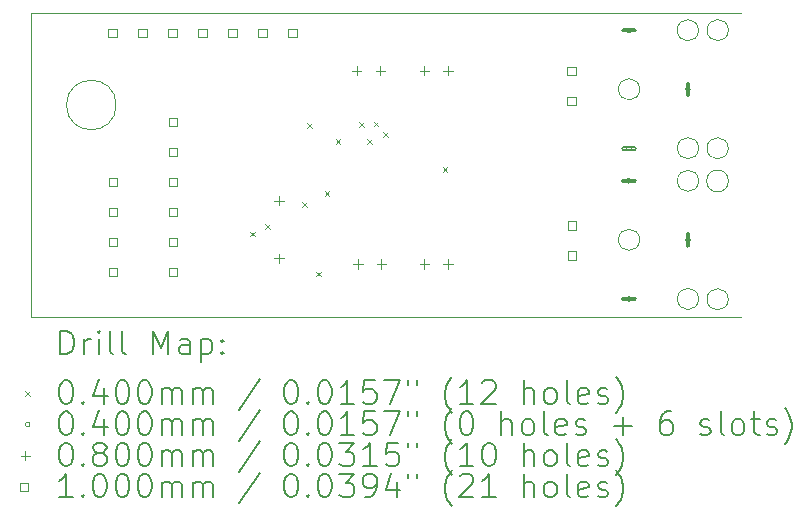
<source format=gbr>
%FSLAX45Y45*%
G04 Gerber Fmt 4.5, Leading zero omitted, Abs format (unit mm)*
G04 Created by KiCad (PCBNEW (6.0.5)) date 2022-08-07 22:37:00*
%MOMM*%
%LPD*%
G01*
G04 APERTURE LIST*
%TA.AperFunction,Profile*%
%ADD10C,0.050000*%
%TD*%
%TA.AperFunction,Profile*%
%ADD11C,0.100000*%
%TD*%
%ADD12C,0.200000*%
%ADD13C,0.040000*%
%ADD14C,0.080000*%
%ADD15C,0.100000*%
G04 APERTURE END LIST*
D10*
X22968000Y-7358000D02*
G75*
G03*
X22968000Y-7358000I-90000J0D01*
G01*
X22717000Y-7355000D02*
G75*
G03*
X22717000Y-7355000I-90000J0D01*
G01*
X22218000Y-6854000D02*
G75*
G03*
X22218000Y-6854000I-90000J0D01*
G01*
X22969617Y-6356000D02*
G75*
G03*
X22969617Y-6356000I-92618J0D01*
G01*
X22716995Y-6355000D02*
G75*
G03*
X22716995Y-6355000I-90000J0D01*
G01*
X22968000Y-6079000D02*
G75*
G03*
X22968000Y-6079000I-90000J0D01*
G01*
X22717000Y-6078000D02*
G75*
G03*
X22717000Y-6078000I-90000J0D01*
G01*
X22218000Y-5580000D02*
G75*
G03*
X22218000Y-5580000I-90000J0D01*
G01*
X22969000Y-5079000D02*
G75*
G03*
X22969000Y-5079000I-90000J0D01*
G01*
X22716000Y-5080000D02*
G75*
G03*
X22716000Y-5080000I-90000J0D01*
G01*
D11*
X17061211Y-7508000D02*
X23076789Y-7505000D01*
X17061211Y-4930000D02*
X17061211Y-7508000D01*
X23076789Y-4930000D02*
X17061211Y-4930000D01*
X17785000Y-5713000D02*
G75*
G03*
X17785000Y-5713000I-210000J0D01*
G01*
D12*
D13*
X18918000Y-6785050D02*
X18958000Y-6825050D01*
X18958000Y-6785050D02*
X18918000Y-6825050D01*
X19046000Y-6720402D02*
X19086000Y-6760402D01*
X19086000Y-6720402D02*
X19046000Y-6760402D01*
X19360000Y-6537000D02*
X19400000Y-6577000D01*
X19400000Y-6537000D02*
X19360000Y-6577000D01*
X19403000Y-5867000D02*
X19443000Y-5907000D01*
X19443000Y-5867000D02*
X19403000Y-5907000D01*
X19478000Y-7124000D02*
X19518000Y-7164000D01*
X19518000Y-7124000D02*
X19478000Y-7164000D01*
X19550050Y-6442000D02*
X19590050Y-6482000D01*
X19590050Y-6442000D02*
X19550050Y-6482000D01*
X19644000Y-6003000D02*
X19684000Y-6043000D01*
X19684000Y-6003000D02*
X19644000Y-6043000D01*
X19844000Y-5859000D02*
X19884000Y-5899000D01*
X19884000Y-5859000D02*
X19844000Y-5899000D01*
X19912665Y-6003259D02*
X19952665Y-6043259D01*
X19952665Y-6003259D02*
X19912665Y-6043259D01*
X19966000Y-5855000D02*
X20006000Y-5895000D01*
X20006000Y-5855000D02*
X19966000Y-5895000D01*
X20048000Y-5940000D02*
X20088000Y-5980000D01*
X20088000Y-5940000D02*
X20048000Y-5980000D01*
X20550000Y-6241000D02*
X20590000Y-6281000D01*
X20590000Y-6241000D02*
X20550000Y-6281000D01*
X22146789Y-5080000D02*
G75*
G03*
X22146789Y-5080000I-20000J0D01*
G01*
D12*
X22176789Y-5070000D02*
X22076789Y-5070000D01*
X22176789Y-5090000D02*
X22076789Y-5090000D01*
X22076789Y-5070000D02*
G75*
G03*
X22076789Y-5090000I0J-10000D01*
G01*
X22176789Y-5090000D02*
G75*
G03*
X22176789Y-5070000I0J10000D01*
G01*
D13*
X22146789Y-6080000D02*
G75*
G03*
X22146789Y-6080000I-20000J0D01*
G01*
D12*
X22076789Y-6090000D02*
X22176789Y-6090000D01*
X22076789Y-6070000D02*
X22176789Y-6070000D01*
X22176789Y-6090000D02*
G75*
G03*
X22176789Y-6070000I0J10000D01*
G01*
X22076789Y-6070000D02*
G75*
G03*
X22076789Y-6090000I0J-10000D01*
G01*
D13*
X22146789Y-6355000D02*
G75*
G03*
X22146789Y-6355000I-20000J0D01*
G01*
D12*
X22176789Y-6345000D02*
X22076789Y-6345000D01*
X22176789Y-6365000D02*
X22076789Y-6365000D01*
X22076789Y-6345000D02*
G75*
G03*
X22076789Y-6365000I0J-10000D01*
G01*
X22176789Y-6365000D02*
G75*
G03*
X22176789Y-6345000I0J10000D01*
G01*
D13*
X22146789Y-7355000D02*
G75*
G03*
X22146789Y-7355000I-20000J0D01*
G01*
D12*
X22076789Y-7365000D02*
X22176789Y-7365000D01*
X22076789Y-7345000D02*
X22176789Y-7345000D01*
X22176789Y-7365000D02*
G75*
G03*
X22176789Y-7345000I0J10000D01*
G01*
X22076789Y-7345000D02*
G75*
G03*
X22076789Y-7365000I0J-10000D01*
G01*
D13*
X22646789Y-5580000D02*
G75*
G03*
X22646789Y-5580000I-20000J0D01*
G01*
D12*
X22636789Y-5630000D02*
X22636789Y-5530000D01*
X22616789Y-5630000D02*
X22616789Y-5530000D01*
X22636789Y-5530000D02*
G75*
G03*
X22616789Y-5530000I-10000J0D01*
G01*
X22616789Y-5630000D02*
G75*
G03*
X22636789Y-5630000I10000J0D01*
G01*
D13*
X22646789Y-6855000D02*
G75*
G03*
X22646789Y-6855000I-20000J0D01*
G01*
D12*
X22636789Y-6905000D02*
X22636789Y-6805000D01*
X22616789Y-6905000D02*
X22616789Y-6805000D01*
X22636789Y-6805000D02*
G75*
G03*
X22616789Y-6805000I-10000J0D01*
G01*
X22616789Y-6905000D02*
G75*
G03*
X22636789Y-6905000I10000J0D01*
G01*
D14*
X19166000Y-6483000D02*
X19166000Y-6563000D01*
X19126000Y-6523000D02*
X19206000Y-6523000D01*
X19166000Y-6971000D02*
X19166000Y-7051000D01*
X19126000Y-7011000D02*
X19206000Y-7011000D01*
X19822511Y-5383000D02*
X19822511Y-5463000D01*
X19782511Y-5423000D02*
X19862511Y-5423000D01*
X19831489Y-7021000D02*
X19831489Y-7101000D01*
X19791489Y-7061000D02*
X19871489Y-7061000D01*
X20022511Y-5383000D02*
X20022511Y-5463000D01*
X19982511Y-5423000D02*
X20062511Y-5423000D01*
X20031489Y-7021000D02*
X20031489Y-7101000D01*
X19991489Y-7061000D02*
X20071489Y-7061000D01*
X20394489Y-5382000D02*
X20394489Y-5462000D01*
X20354489Y-5422000D02*
X20434489Y-5422000D01*
X20394489Y-7021000D02*
X20394489Y-7101000D01*
X20354489Y-7061000D02*
X20434489Y-7061000D01*
X20594489Y-5382000D02*
X20594489Y-5462000D01*
X20554489Y-5422000D02*
X20634489Y-5422000D01*
X20594489Y-7021000D02*
X20594489Y-7101000D01*
X20554489Y-7061000D02*
X20634489Y-7061000D01*
D15*
X17790856Y-5140856D02*
X17790856Y-5070144D01*
X17720144Y-5070144D01*
X17720144Y-5140856D01*
X17790856Y-5140856D01*
X17792356Y-6402356D02*
X17792356Y-6331644D01*
X17721644Y-6331644D01*
X17721644Y-6402356D01*
X17792356Y-6402356D01*
X17792356Y-6656356D02*
X17792356Y-6585644D01*
X17721644Y-6585644D01*
X17721644Y-6656356D01*
X17792356Y-6656356D01*
X17792356Y-6910356D02*
X17792356Y-6839644D01*
X17721644Y-6839644D01*
X17721644Y-6910356D01*
X17792356Y-6910356D01*
X17792356Y-7164356D02*
X17792356Y-7093644D01*
X17721644Y-7093644D01*
X17721644Y-7164356D01*
X17792356Y-7164356D01*
X18044856Y-5140856D02*
X18044856Y-5070144D01*
X17974144Y-5070144D01*
X17974144Y-5140856D01*
X18044856Y-5140856D01*
X18298856Y-5140856D02*
X18298856Y-5070144D01*
X18228144Y-5070144D01*
X18228144Y-5140856D01*
X18298856Y-5140856D01*
X18300356Y-5894356D02*
X18300356Y-5823644D01*
X18229644Y-5823644D01*
X18229644Y-5894356D01*
X18300356Y-5894356D01*
X18300356Y-6148356D02*
X18300356Y-6077644D01*
X18229644Y-6077644D01*
X18229644Y-6148356D01*
X18300356Y-6148356D01*
X18300356Y-6402356D02*
X18300356Y-6331644D01*
X18229644Y-6331644D01*
X18229644Y-6402356D01*
X18300356Y-6402356D01*
X18300356Y-6656356D02*
X18300356Y-6585644D01*
X18229644Y-6585644D01*
X18229644Y-6656356D01*
X18300356Y-6656356D01*
X18300356Y-6910356D02*
X18300356Y-6839644D01*
X18229644Y-6839644D01*
X18229644Y-6910356D01*
X18300356Y-6910356D01*
X18300356Y-7164356D02*
X18300356Y-7093644D01*
X18229644Y-7093644D01*
X18229644Y-7164356D01*
X18300356Y-7164356D01*
X18552856Y-5140856D02*
X18552856Y-5070144D01*
X18482144Y-5070144D01*
X18482144Y-5140856D01*
X18552856Y-5140856D01*
X18806856Y-5140856D02*
X18806856Y-5070144D01*
X18736144Y-5070144D01*
X18736144Y-5140856D01*
X18806856Y-5140856D01*
X19060856Y-5140856D02*
X19060856Y-5070144D01*
X18990144Y-5070144D01*
X18990144Y-5140856D01*
X19060856Y-5140856D01*
X19314856Y-5140856D02*
X19314856Y-5070144D01*
X19244144Y-5070144D01*
X19244144Y-5140856D01*
X19314856Y-5140856D01*
X21676144Y-5459856D02*
X21676144Y-5389144D01*
X21605433Y-5389144D01*
X21605433Y-5459856D01*
X21676144Y-5459856D01*
X21676144Y-5713856D02*
X21676144Y-5643144D01*
X21605433Y-5643144D01*
X21605433Y-5713856D01*
X21676144Y-5713856D01*
X21679144Y-6768856D02*
X21679144Y-6698144D01*
X21608433Y-6698144D01*
X21608433Y-6768856D01*
X21679144Y-6768856D01*
X21679144Y-7022856D02*
X21679144Y-6952144D01*
X21608433Y-6952144D01*
X21608433Y-7022856D01*
X21679144Y-7022856D01*
D12*
X17313830Y-7823476D02*
X17313830Y-7623476D01*
X17361449Y-7623476D01*
X17390021Y-7633000D01*
X17409068Y-7652048D01*
X17418592Y-7671095D01*
X17428116Y-7709190D01*
X17428116Y-7737762D01*
X17418592Y-7775857D01*
X17409068Y-7794905D01*
X17390021Y-7813952D01*
X17361449Y-7823476D01*
X17313830Y-7823476D01*
X17513830Y-7823476D02*
X17513830Y-7690143D01*
X17513830Y-7728238D02*
X17523354Y-7709190D01*
X17532878Y-7699667D01*
X17551926Y-7690143D01*
X17570973Y-7690143D01*
X17637640Y-7823476D02*
X17637640Y-7690143D01*
X17637640Y-7623476D02*
X17628116Y-7633000D01*
X17637640Y-7642524D01*
X17647164Y-7633000D01*
X17637640Y-7623476D01*
X17637640Y-7642524D01*
X17761449Y-7823476D02*
X17742402Y-7813952D01*
X17732878Y-7794905D01*
X17732878Y-7623476D01*
X17866211Y-7823476D02*
X17847164Y-7813952D01*
X17837640Y-7794905D01*
X17837640Y-7623476D01*
X18094783Y-7823476D02*
X18094783Y-7623476D01*
X18161449Y-7766333D01*
X18228116Y-7623476D01*
X18228116Y-7823476D01*
X18409068Y-7823476D02*
X18409068Y-7718714D01*
X18399545Y-7699667D01*
X18380497Y-7690143D01*
X18342402Y-7690143D01*
X18323354Y-7699667D01*
X18409068Y-7813952D02*
X18390021Y-7823476D01*
X18342402Y-7823476D01*
X18323354Y-7813952D01*
X18313830Y-7794905D01*
X18313830Y-7775857D01*
X18323354Y-7756809D01*
X18342402Y-7747286D01*
X18390021Y-7747286D01*
X18409068Y-7737762D01*
X18504307Y-7690143D02*
X18504307Y-7890143D01*
X18504307Y-7699667D02*
X18523354Y-7690143D01*
X18561449Y-7690143D01*
X18580497Y-7699667D01*
X18590021Y-7709190D01*
X18599545Y-7728238D01*
X18599545Y-7785381D01*
X18590021Y-7804428D01*
X18580497Y-7813952D01*
X18561449Y-7823476D01*
X18523354Y-7823476D01*
X18504307Y-7813952D01*
X18685259Y-7804428D02*
X18694783Y-7813952D01*
X18685259Y-7823476D01*
X18675735Y-7813952D01*
X18685259Y-7804428D01*
X18685259Y-7823476D01*
X18685259Y-7699667D02*
X18694783Y-7709190D01*
X18685259Y-7718714D01*
X18675735Y-7709190D01*
X18685259Y-7699667D01*
X18685259Y-7718714D01*
D13*
X17016211Y-8133000D02*
X17056211Y-8173000D01*
X17056211Y-8133000D02*
X17016211Y-8173000D01*
D12*
X17351926Y-8043476D02*
X17370973Y-8043476D01*
X17390021Y-8053000D01*
X17399545Y-8062524D01*
X17409068Y-8081571D01*
X17418592Y-8119667D01*
X17418592Y-8167286D01*
X17409068Y-8205381D01*
X17399545Y-8224428D01*
X17390021Y-8233952D01*
X17370973Y-8243476D01*
X17351926Y-8243476D01*
X17332878Y-8233952D01*
X17323354Y-8224428D01*
X17313830Y-8205381D01*
X17304307Y-8167286D01*
X17304307Y-8119667D01*
X17313830Y-8081571D01*
X17323354Y-8062524D01*
X17332878Y-8053000D01*
X17351926Y-8043476D01*
X17504307Y-8224428D02*
X17513830Y-8233952D01*
X17504307Y-8243476D01*
X17494783Y-8233952D01*
X17504307Y-8224428D01*
X17504307Y-8243476D01*
X17685259Y-8110143D02*
X17685259Y-8243476D01*
X17637640Y-8033952D02*
X17590021Y-8176809D01*
X17713830Y-8176809D01*
X17828116Y-8043476D02*
X17847164Y-8043476D01*
X17866211Y-8053000D01*
X17875735Y-8062524D01*
X17885259Y-8081571D01*
X17894783Y-8119667D01*
X17894783Y-8167286D01*
X17885259Y-8205381D01*
X17875735Y-8224428D01*
X17866211Y-8233952D01*
X17847164Y-8243476D01*
X17828116Y-8243476D01*
X17809068Y-8233952D01*
X17799545Y-8224428D01*
X17790021Y-8205381D01*
X17780497Y-8167286D01*
X17780497Y-8119667D01*
X17790021Y-8081571D01*
X17799545Y-8062524D01*
X17809068Y-8053000D01*
X17828116Y-8043476D01*
X18018592Y-8043476D02*
X18037640Y-8043476D01*
X18056687Y-8053000D01*
X18066211Y-8062524D01*
X18075735Y-8081571D01*
X18085259Y-8119667D01*
X18085259Y-8167286D01*
X18075735Y-8205381D01*
X18066211Y-8224428D01*
X18056687Y-8233952D01*
X18037640Y-8243476D01*
X18018592Y-8243476D01*
X17999545Y-8233952D01*
X17990021Y-8224428D01*
X17980497Y-8205381D01*
X17970973Y-8167286D01*
X17970973Y-8119667D01*
X17980497Y-8081571D01*
X17990021Y-8062524D01*
X17999545Y-8053000D01*
X18018592Y-8043476D01*
X18170973Y-8243476D02*
X18170973Y-8110143D01*
X18170973Y-8129190D02*
X18180497Y-8119667D01*
X18199545Y-8110143D01*
X18228116Y-8110143D01*
X18247164Y-8119667D01*
X18256687Y-8138714D01*
X18256687Y-8243476D01*
X18256687Y-8138714D02*
X18266211Y-8119667D01*
X18285259Y-8110143D01*
X18313830Y-8110143D01*
X18332878Y-8119667D01*
X18342402Y-8138714D01*
X18342402Y-8243476D01*
X18437640Y-8243476D02*
X18437640Y-8110143D01*
X18437640Y-8129190D02*
X18447164Y-8119667D01*
X18466211Y-8110143D01*
X18494783Y-8110143D01*
X18513830Y-8119667D01*
X18523354Y-8138714D01*
X18523354Y-8243476D01*
X18523354Y-8138714D02*
X18532878Y-8119667D01*
X18551926Y-8110143D01*
X18580497Y-8110143D01*
X18599545Y-8119667D01*
X18609068Y-8138714D01*
X18609068Y-8243476D01*
X18999545Y-8033952D02*
X18828116Y-8291095D01*
X19256687Y-8043476D02*
X19275735Y-8043476D01*
X19294783Y-8053000D01*
X19304307Y-8062524D01*
X19313830Y-8081571D01*
X19323354Y-8119667D01*
X19323354Y-8167286D01*
X19313830Y-8205381D01*
X19304307Y-8224428D01*
X19294783Y-8233952D01*
X19275735Y-8243476D01*
X19256687Y-8243476D01*
X19237640Y-8233952D01*
X19228116Y-8224428D01*
X19218592Y-8205381D01*
X19209068Y-8167286D01*
X19209068Y-8119667D01*
X19218592Y-8081571D01*
X19228116Y-8062524D01*
X19237640Y-8053000D01*
X19256687Y-8043476D01*
X19409068Y-8224428D02*
X19418592Y-8233952D01*
X19409068Y-8243476D01*
X19399545Y-8233952D01*
X19409068Y-8224428D01*
X19409068Y-8243476D01*
X19542402Y-8043476D02*
X19561449Y-8043476D01*
X19580497Y-8053000D01*
X19590021Y-8062524D01*
X19599545Y-8081571D01*
X19609068Y-8119667D01*
X19609068Y-8167286D01*
X19599545Y-8205381D01*
X19590021Y-8224428D01*
X19580497Y-8233952D01*
X19561449Y-8243476D01*
X19542402Y-8243476D01*
X19523354Y-8233952D01*
X19513830Y-8224428D01*
X19504307Y-8205381D01*
X19494783Y-8167286D01*
X19494783Y-8119667D01*
X19504307Y-8081571D01*
X19513830Y-8062524D01*
X19523354Y-8053000D01*
X19542402Y-8043476D01*
X19799545Y-8243476D02*
X19685259Y-8243476D01*
X19742402Y-8243476D02*
X19742402Y-8043476D01*
X19723354Y-8072048D01*
X19704307Y-8091095D01*
X19685259Y-8100619D01*
X19980497Y-8043476D02*
X19885259Y-8043476D01*
X19875735Y-8138714D01*
X19885259Y-8129190D01*
X19904307Y-8119667D01*
X19951926Y-8119667D01*
X19970973Y-8129190D01*
X19980497Y-8138714D01*
X19990021Y-8157762D01*
X19990021Y-8205381D01*
X19980497Y-8224428D01*
X19970973Y-8233952D01*
X19951926Y-8243476D01*
X19904307Y-8243476D01*
X19885259Y-8233952D01*
X19875735Y-8224428D01*
X20056687Y-8043476D02*
X20190021Y-8043476D01*
X20104307Y-8243476D01*
X20256687Y-8043476D02*
X20256687Y-8081571D01*
X20332878Y-8043476D02*
X20332878Y-8081571D01*
X20628116Y-8319667D02*
X20618592Y-8310143D01*
X20599545Y-8281571D01*
X20590021Y-8262524D01*
X20580497Y-8233952D01*
X20570973Y-8186333D01*
X20570973Y-8148238D01*
X20580497Y-8100619D01*
X20590021Y-8072048D01*
X20599545Y-8053000D01*
X20618592Y-8024428D01*
X20628116Y-8014905D01*
X20809068Y-8243476D02*
X20694783Y-8243476D01*
X20751926Y-8243476D02*
X20751926Y-8043476D01*
X20732878Y-8072048D01*
X20713830Y-8091095D01*
X20694783Y-8100619D01*
X20885259Y-8062524D02*
X20894783Y-8053000D01*
X20913830Y-8043476D01*
X20961449Y-8043476D01*
X20980497Y-8053000D01*
X20990021Y-8062524D01*
X20999545Y-8081571D01*
X20999545Y-8100619D01*
X20990021Y-8129190D01*
X20875735Y-8243476D01*
X20999545Y-8243476D01*
X21237640Y-8243476D02*
X21237640Y-8043476D01*
X21323354Y-8243476D02*
X21323354Y-8138714D01*
X21313830Y-8119667D01*
X21294783Y-8110143D01*
X21266211Y-8110143D01*
X21247164Y-8119667D01*
X21237640Y-8129190D01*
X21447164Y-8243476D02*
X21428116Y-8233952D01*
X21418592Y-8224428D01*
X21409068Y-8205381D01*
X21409068Y-8148238D01*
X21418592Y-8129190D01*
X21428116Y-8119667D01*
X21447164Y-8110143D01*
X21475735Y-8110143D01*
X21494783Y-8119667D01*
X21504307Y-8129190D01*
X21513830Y-8148238D01*
X21513830Y-8205381D01*
X21504307Y-8224428D01*
X21494783Y-8233952D01*
X21475735Y-8243476D01*
X21447164Y-8243476D01*
X21628116Y-8243476D02*
X21609068Y-8233952D01*
X21599545Y-8214905D01*
X21599545Y-8043476D01*
X21780497Y-8233952D02*
X21761449Y-8243476D01*
X21723354Y-8243476D01*
X21704307Y-8233952D01*
X21694783Y-8214905D01*
X21694783Y-8138714D01*
X21704307Y-8119667D01*
X21723354Y-8110143D01*
X21761449Y-8110143D01*
X21780497Y-8119667D01*
X21790021Y-8138714D01*
X21790021Y-8157762D01*
X21694783Y-8176809D01*
X21866211Y-8233952D02*
X21885259Y-8243476D01*
X21923354Y-8243476D01*
X21942402Y-8233952D01*
X21951926Y-8214905D01*
X21951926Y-8205381D01*
X21942402Y-8186333D01*
X21923354Y-8176809D01*
X21894783Y-8176809D01*
X21875735Y-8167286D01*
X21866211Y-8148238D01*
X21866211Y-8138714D01*
X21875735Y-8119667D01*
X21894783Y-8110143D01*
X21923354Y-8110143D01*
X21942402Y-8119667D01*
X22018592Y-8319667D02*
X22028116Y-8310143D01*
X22047164Y-8281571D01*
X22056687Y-8262524D01*
X22066211Y-8233952D01*
X22075735Y-8186333D01*
X22075735Y-8148238D01*
X22066211Y-8100619D01*
X22056687Y-8072048D01*
X22047164Y-8053000D01*
X22028116Y-8024428D01*
X22018592Y-8014905D01*
D13*
X17056211Y-8417000D02*
G75*
G03*
X17056211Y-8417000I-20000J0D01*
G01*
D12*
X17351926Y-8307476D02*
X17370973Y-8307476D01*
X17390021Y-8317000D01*
X17399545Y-8326524D01*
X17409068Y-8345571D01*
X17418592Y-8383667D01*
X17418592Y-8431286D01*
X17409068Y-8469381D01*
X17399545Y-8488429D01*
X17390021Y-8497952D01*
X17370973Y-8507476D01*
X17351926Y-8507476D01*
X17332878Y-8497952D01*
X17323354Y-8488429D01*
X17313830Y-8469381D01*
X17304307Y-8431286D01*
X17304307Y-8383667D01*
X17313830Y-8345571D01*
X17323354Y-8326524D01*
X17332878Y-8317000D01*
X17351926Y-8307476D01*
X17504307Y-8488429D02*
X17513830Y-8497952D01*
X17504307Y-8507476D01*
X17494783Y-8497952D01*
X17504307Y-8488429D01*
X17504307Y-8507476D01*
X17685259Y-8374143D02*
X17685259Y-8507476D01*
X17637640Y-8297952D02*
X17590021Y-8440810D01*
X17713830Y-8440810D01*
X17828116Y-8307476D02*
X17847164Y-8307476D01*
X17866211Y-8317000D01*
X17875735Y-8326524D01*
X17885259Y-8345571D01*
X17894783Y-8383667D01*
X17894783Y-8431286D01*
X17885259Y-8469381D01*
X17875735Y-8488429D01*
X17866211Y-8497952D01*
X17847164Y-8507476D01*
X17828116Y-8507476D01*
X17809068Y-8497952D01*
X17799545Y-8488429D01*
X17790021Y-8469381D01*
X17780497Y-8431286D01*
X17780497Y-8383667D01*
X17790021Y-8345571D01*
X17799545Y-8326524D01*
X17809068Y-8317000D01*
X17828116Y-8307476D01*
X18018592Y-8307476D02*
X18037640Y-8307476D01*
X18056687Y-8317000D01*
X18066211Y-8326524D01*
X18075735Y-8345571D01*
X18085259Y-8383667D01*
X18085259Y-8431286D01*
X18075735Y-8469381D01*
X18066211Y-8488429D01*
X18056687Y-8497952D01*
X18037640Y-8507476D01*
X18018592Y-8507476D01*
X17999545Y-8497952D01*
X17990021Y-8488429D01*
X17980497Y-8469381D01*
X17970973Y-8431286D01*
X17970973Y-8383667D01*
X17980497Y-8345571D01*
X17990021Y-8326524D01*
X17999545Y-8317000D01*
X18018592Y-8307476D01*
X18170973Y-8507476D02*
X18170973Y-8374143D01*
X18170973Y-8393190D02*
X18180497Y-8383667D01*
X18199545Y-8374143D01*
X18228116Y-8374143D01*
X18247164Y-8383667D01*
X18256687Y-8402714D01*
X18256687Y-8507476D01*
X18256687Y-8402714D02*
X18266211Y-8383667D01*
X18285259Y-8374143D01*
X18313830Y-8374143D01*
X18332878Y-8383667D01*
X18342402Y-8402714D01*
X18342402Y-8507476D01*
X18437640Y-8507476D02*
X18437640Y-8374143D01*
X18437640Y-8393190D02*
X18447164Y-8383667D01*
X18466211Y-8374143D01*
X18494783Y-8374143D01*
X18513830Y-8383667D01*
X18523354Y-8402714D01*
X18523354Y-8507476D01*
X18523354Y-8402714D02*
X18532878Y-8383667D01*
X18551926Y-8374143D01*
X18580497Y-8374143D01*
X18599545Y-8383667D01*
X18609068Y-8402714D01*
X18609068Y-8507476D01*
X18999545Y-8297952D02*
X18828116Y-8555095D01*
X19256687Y-8307476D02*
X19275735Y-8307476D01*
X19294783Y-8317000D01*
X19304307Y-8326524D01*
X19313830Y-8345571D01*
X19323354Y-8383667D01*
X19323354Y-8431286D01*
X19313830Y-8469381D01*
X19304307Y-8488429D01*
X19294783Y-8497952D01*
X19275735Y-8507476D01*
X19256687Y-8507476D01*
X19237640Y-8497952D01*
X19228116Y-8488429D01*
X19218592Y-8469381D01*
X19209068Y-8431286D01*
X19209068Y-8383667D01*
X19218592Y-8345571D01*
X19228116Y-8326524D01*
X19237640Y-8317000D01*
X19256687Y-8307476D01*
X19409068Y-8488429D02*
X19418592Y-8497952D01*
X19409068Y-8507476D01*
X19399545Y-8497952D01*
X19409068Y-8488429D01*
X19409068Y-8507476D01*
X19542402Y-8307476D02*
X19561449Y-8307476D01*
X19580497Y-8317000D01*
X19590021Y-8326524D01*
X19599545Y-8345571D01*
X19609068Y-8383667D01*
X19609068Y-8431286D01*
X19599545Y-8469381D01*
X19590021Y-8488429D01*
X19580497Y-8497952D01*
X19561449Y-8507476D01*
X19542402Y-8507476D01*
X19523354Y-8497952D01*
X19513830Y-8488429D01*
X19504307Y-8469381D01*
X19494783Y-8431286D01*
X19494783Y-8383667D01*
X19504307Y-8345571D01*
X19513830Y-8326524D01*
X19523354Y-8317000D01*
X19542402Y-8307476D01*
X19799545Y-8507476D02*
X19685259Y-8507476D01*
X19742402Y-8507476D02*
X19742402Y-8307476D01*
X19723354Y-8336048D01*
X19704307Y-8355095D01*
X19685259Y-8364619D01*
X19980497Y-8307476D02*
X19885259Y-8307476D01*
X19875735Y-8402714D01*
X19885259Y-8393190D01*
X19904307Y-8383667D01*
X19951926Y-8383667D01*
X19970973Y-8393190D01*
X19980497Y-8402714D01*
X19990021Y-8421762D01*
X19990021Y-8469381D01*
X19980497Y-8488429D01*
X19970973Y-8497952D01*
X19951926Y-8507476D01*
X19904307Y-8507476D01*
X19885259Y-8497952D01*
X19875735Y-8488429D01*
X20056687Y-8307476D02*
X20190021Y-8307476D01*
X20104307Y-8507476D01*
X20256687Y-8307476D02*
X20256687Y-8345571D01*
X20332878Y-8307476D02*
X20332878Y-8345571D01*
X20628116Y-8583667D02*
X20618592Y-8574143D01*
X20599545Y-8545571D01*
X20590021Y-8526524D01*
X20580497Y-8497952D01*
X20570973Y-8450333D01*
X20570973Y-8412238D01*
X20580497Y-8364619D01*
X20590021Y-8336048D01*
X20599545Y-8317000D01*
X20618592Y-8288428D01*
X20628116Y-8278905D01*
X20742402Y-8307476D02*
X20761449Y-8307476D01*
X20780497Y-8317000D01*
X20790021Y-8326524D01*
X20799545Y-8345571D01*
X20809068Y-8383667D01*
X20809068Y-8431286D01*
X20799545Y-8469381D01*
X20790021Y-8488429D01*
X20780497Y-8497952D01*
X20761449Y-8507476D01*
X20742402Y-8507476D01*
X20723354Y-8497952D01*
X20713830Y-8488429D01*
X20704307Y-8469381D01*
X20694783Y-8431286D01*
X20694783Y-8383667D01*
X20704307Y-8345571D01*
X20713830Y-8326524D01*
X20723354Y-8317000D01*
X20742402Y-8307476D01*
X21047164Y-8507476D02*
X21047164Y-8307476D01*
X21132878Y-8507476D02*
X21132878Y-8402714D01*
X21123354Y-8383667D01*
X21104307Y-8374143D01*
X21075735Y-8374143D01*
X21056687Y-8383667D01*
X21047164Y-8393190D01*
X21256687Y-8507476D02*
X21237640Y-8497952D01*
X21228116Y-8488429D01*
X21218592Y-8469381D01*
X21218592Y-8412238D01*
X21228116Y-8393190D01*
X21237640Y-8383667D01*
X21256687Y-8374143D01*
X21285259Y-8374143D01*
X21304307Y-8383667D01*
X21313830Y-8393190D01*
X21323354Y-8412238D01*
X21323354Y-8469381D01*
X21313830Y-8488429D01*
X21304307Y-8497952D01*
X21285259Y-8507476D01*
X21256687Y-8507476D01*
X21437640Y-8507476D02*
X21418592Y-8497952D01*
X21409068Y-8478905D01*
X21409068Y-8307476D01*
X21590021Y-8497952D02*
X21570973Y-8507476D01*
X21532878Y-8507476D01*
X21513830Y-8497952D01*
X21504307Y-8478905D01*
X21504307Y-8402714D01*
X21513830Y-8383667D01*
X21532878Y-8374143D01*
X21570973Y-8374143D01*
X21590021Y-8383667D01*
X21599545Y-8402714D01*
X21599545Y-8421762D01*
X21504307Y-8440810D01*
X21675735Y-8497952D02*
X21694783Y-8507476D01*
X21732878Y-8507476D01*
X21751926Y-8497952D01*
X21761449Y-8478905D01*
X21761449Y-8469381D01*
X21751926Y-8450333D01*
X21732878Y-8440810D01*
X21704307Y-8440810D01*
X21685259Y-8431286D01*
X21675735Y-8412238D01*
X21675735Y-8402714D01*
X21685259Y-8383667D01*
X21704307Y-8374143D01*
X21732878Y-8374143D01*
X21751926Y-8383667D01*
X21999545Y-8431286D02*
X22151926Y-8431286D01*
X22075735Y-8507476D02*
X22075735Y-8355095D01*
X22485259Y-8307476D02*
X22447164Y-8307476D01*
X22428116Y-8317000D01*
X22418592Y-8326524D01*
X22399545Y-8355095D01*
X22390021Y-8393190D01*
X22390021Y-8469381D01*
X22399545Y-8488429D01*
X22409068Y-8497952D01*
X22428116Y-8507476D01*
X22466211Y-8507476D01*
X22485259Y-8497952D01*
X22494783Y-8488429D01*
X22504306Y-8469381D01*
X22504306Y-8421762D01*
X22494783Y-8402714D01*
X22485259Y-8393190D01*
X22466211Y-8383667D01*
X22428116Y-8383667D01*
X22409068Y-8393190D01*
X22399545Y-8402714D01*
X22390021Y-8421762D01*
X22732878Y-8497952D02*
X22751925Y-8507476D01*
X22790021Y-8507476D01*
X22809068Y-8497952D01*
X22818592Y-8478905D01*
X22818592Y-8469381D01*
X22809068Y-8450333D01*
X22790021Y-8440810D01*
X22761449Y-8440810D01*
X22742402Y-8431286D01*
X22732878Y-8412238D01*
X22732878Y-8402714D01*
X22742402Y-8383667D01*
X22761449Y-8374143D01*
X22790021Y-8374143D01*
X22809068Y-8383667D01*
X22932878Y-8507476D02*
X22913830Y-8497952D01*
X22904306Y-8478905D01*
X22904306Y-8307476D01*
X23037640Y-8507476D02*
X23018592Y-8497952D01*
X23009068Y-8488429D01*
X22999545Y-8469381D01*
X22999545Y-8412238D01*
X23009068Y-8393190D01*
X23018592Y-8383667D01*
X23037640Y-8374143D01*
X23066211Y-8374143D01*
X23085259Y-8383667D01*
X23094783Y-8393190D01*
X23104306Y-8412238D01*
X23104306Y-8469381D01*
X23094783Y-8488429D01*
X23085259Y-8497952D01*
X23066211Y-8507476D01*
X23037640Y-8507476D01*
X23161449Y-8374143D02*
X23237640Y-8374143D01*
X23190021Y-8307476D02*
X23190021Y-8478905D01*
X23199545Y-8497952D01*
X23218592Y-8507476D01*
X23237640Y-8507476D01*
X23294783Y-8497952D02*
X23313830Y-8507476D01*
X23351925Y-8507476D01*
X23370973Y-8497952D01*
X23380497Y-8478905D01*
X23380497Y-8469381D01*
X23370973Y-8450333D01*
X23351925Y-8440810D01*
X23323354Y-8440810D01*
X23304306Y-8431286D01*
X23294783Y-8412238D01*
X23294783Y-8402714D01*
X23304306Y-8383667D01*
X23323354Y-8374143D01*
X23351925Y-8374143D01*
X23370973Y-8383667D01*
X23447164Y-8583667D02*
X23456687Y-8574143D01*
X23475735Y-8545571D01*
X23485259Y-8526524D01*
X23494783Y-8497952D01*
X23504306Y-8450333D01*
X23504306Y-8412238D01*
X23494783Y-8364619D01*
X23485259Y-8336048D01*
X23475735Y-8317000D01*
X23456687Y-8288428D01*
X23447164Y-8278905D01*
D14*
X17016211Y-8641000D02*
X17016211Y-8721000D01*
X16976211Y-8681000D02*
X17056211Y-8681000D01*
D12*
X17351926Y-8571476D02*
X17370973Y-8571476D01*
X17390021Y-8581000D01*
X17399545Y-8590524D01*
X17409068Y-8609571D01*
X17418592Y-8647667D01*
X17418592Y-8695286D01*
X17409068Y-8733381D01*
X17399545Y-8752429D01*
X17390021Y-8761952D01*
X17370973Y-8771476D01*
X17351926Y-8771476D01*
X17332878Y-8761952D01*
X17323354Y-8752429D01*
X17313830Y-8733381D01*
X17304307Y-8695286D01*
X17304307Y-8647667D01*
X17313830Y-8609571D01*
X17323354Y-8590524D01*
X17332878Y-8581000D01*
X17351926Y-8571476D01*
X17504307Y-8752429D02*
X17513830Y-8761952D01*
X17504307Y-8771476D01*
X17494783Y-8761952D01*
X17504307Y-8752429D01*
X17504307Y-8771476D01*
X17628116Y-8657190D02*
X17609068Y-8647667D01*
X17599545Y-8638143D01*
X17590021Y-8619095D01*
X17590021Y-8609571D01*
X17599545Y-8590524D01*
X17609068Y-8581000D01*
X17628116Y-8571476D01*
X17666211Y-8571476D01*
X17685259Y-8581000D01*
X17694783Y-8590524D01*
X17704307Y-8609571D01*
X17704307Y-8619095D01*
X17694783Y-8638143D01*
X17685259Y-8647667D01*
X17666211Y-8657190D01*
X17628116Y-8657190D01*
X17609068Y-8666714D01*
X17599545Y-8676238D01*
X17590021Y-8695286D01*
X17590021Y-8733381D01*
X17599545Y-8752429D01*
X17609068Y-8761952D01*
X17628116Y-8771476D01*
X17666211Y-8771476D01*
X17685259Y-8761952D01*
X17694783Y-8752429D01*
X17704307Y-8733381D01*
X17704307Y-8695286D01*
X17694783Y-8676238D01*
X17685259Y-8666714D01*
X17666211Y-8657190D01*
X17828116Y-8571476D02*
X17847164Y-8571476D01*
X17866211Y-8581000D01*
X17875735Y-8590524D01*
X17885259Y-8609571D01*
X17894783Y-8647667D01*
X17894783Y-8695286D01*
X17885259Y-8733381D01*
X17875735Y-8752429D01*
X17866211Y-8761952D01*
X17847164Y-8771476D01*
X17828116Y-8771476D01*
X17809068Y-8761952D01*
X17799545Y-8752429D01*
X17790021Y-8733381D01*
X17780497Y-8695286D01*
X17780497Y-8647667D01*
X17790021Y-8609571D01*
X17799545Y-8590524D01*
X17809068Y-8581000D01*
X17828116Y-8571476D01*
X18018592Y-8571476D02*
X18037640Y-8571476D01*
X18056687Y-8581000D01*
X18066211Y-8590524D01*
X18075735Y-8609571D01*
X18085259Y-8647667D01*
X18085259Y-8695286D01*
X18075735Y-8733381D01*
X18066211Y-8752429D01*
X18056687Y-8761952D01*
X18037640Y-8771476D01*
X18018592Y-8771476D01*
X17999545Y-8761952D01*
X17990021Y-8752429D01*
X17980497Y-8733381D01*
X17970973Y-8695286D01*
X17970973Y-8647667D01*
X17980497Y-8609571D01*
X17990021Y-8590524D01*
X17999545Y-8581000D01*
X18018592Y-8571476D01*
X18170973Y-8771476D02*
X18170973Y-8638143D01*
X18170973Y-8657190D02*
X18180497Y-8647667D01*
X18199545Y-8638143D01*
X18228116Y-8638143D01*
X18247164Y-8647667D01*
X18256687Y-8666714D01*
X18256687Y-8771476D01*
X18256687Y-8666714D02*
X18266211Y-8647667D01*
X18285259Y-8638143D01*
X18313830Y-8638143D01*
X18332878Y-8647667D01*
X18342402Y-8666714D01*
X18342402Y-8771476D01*
X18437640Y-8771476D02*
X18437640Y-8638143D01*
X18437640Y-8657190D02*
X18447164Y-8647667D01*
X18466211Y-8638143D01*
X18494783Y-8638143D01*
X18513830Y-8647667D01*
X18523354Y-8666714D01*
X18523354Y-8771476D01*
X18523354Y-8666714D02*
X18532878Y-8647667D01*
X18551926Y-8638143D01*
X18580497Y-8638143D01*
X18599545Y-8647667D01*
X18609068Y-8666714D01*
X18609068Y-8771476D01*
X18999545Y-8561952D02*
X18828116Y-8819095D01*
X19256687Y-8571476D02*
X19275735Y-8571476D01*
X19294783Y-8581000D01*
X19304307Y-8590524D01*
X19313830Y-8609571D01*
X19323354Y-8647667D01*
X19323354Y-8695286D01*
X19313830Y-8733381D01*
X19304307Y-8752429D01*
X19294783Y-8761952D01*
X19275735Y-8771476D01*
X19256687Y-8771476D01*
X19237640Y-8761952D01*
X19228116Y-8752429D01*
X19218592Y-8733381D01*
X19209068Y-8695286D01*
X19209068Y-8647667D01*
X19218592Y-8609571D01*
X19228116Y-8590524D01*
X19237640Y-8581000D01*
X19256687Y-8571476D01*
X19409068Y-8752429D02*
X19418592Y-8761952D01*
X19409068Y-8771476D01*
X19399545Y-8761952D01*
X19409068Y-8752429D01*
X19409068Y-8771476D01*
X19542402Y-8571476D02*
X19561449Y-8571476D01*
X19580497Y-8581000D01*
X19590021Y-8590524D01*
X19599545Y-8609571D01*
X19609068Y-8647667D01*
X19609068Y-8695286D01*
X19599545Y-8733381D01*
X19590021Y-8752429D01*
X19580497Y-8761952D01*
X19561449Y-8771476D01*
X19542402Y-8771476D01*
X19523354Y-8761952D01*
X19513830Y-8752429D01*
X19504307Y-8733381D01*
X19494783Y-8695286D01*
X19494783Y-8647667D01*
X19504307Y-8609571D01*
X19513830Y-8590524D01*
X19523354Y-8581000D01*
X19542402Y-8571476D01*
X19675735Y-8571476D02*
X19799545Y-8571476D01*
X19732878Y-8647667D01*
X19761449Y-8647667D01*
X19780497Y-8657190D01*
X19790021Y-8666714D01*
X19799545Y-8685762D01*
X19799545Y-8733381D01*
X19790021Y-8752429D01*
X19780497Y-8761952D01*
X19761449Y-8771476D01*
X19704307Y-8771476D01*
X19685259Y-8761952D01*
X19675735Y-8752429D01*
X19990021Y-8771476D02*
X19875735Y-8771476D01*
X19932878Y-8771476D02*
X19932878Y-8571476D01*
X19913830Y-8600048D01*
X19894783Y-8619095D01*
X19875735Y-8628619D01*
X20170973Y-8571476D02*
X20075735Y-8571476D01*
X20066211Y-8666714D01*
X20075735Y-8657190D01*
X20094783Y-8647667D01*
X20142402Y-8647667D01*
X20161449Y-8657190D01*
X20170973Y-8666714D01*
X20180497Y-8685762D01*
X20180497Y-8733381D01*
X20170973Y-8752429D01*
X20161449Y-8761952D01*
X20142402Y-8771476D01*
X20094783Y-8771476D01*
X20075735Y-8761952D01*
X20066211Y-8752429D01*
X20256687Y-8571476D02*
X20256687Y-8609571D01*
X20332878Y-8571476D02*
X20332878Y-8609571D01*
X20628116Y-8847667D02*
X20618592Y-8838143D01*
X20599545Y-8809571D01*
X20590021Y-8790524D01*
X20580497Y-8761952D01*
X20570973Y-8714333D01*
X20570973Y-8676238D01*
X20580497Y-8628619D01*
X20590021Y-8600048D01*
X20599545Y-8581000D01*
X20618592Y-8552429D01*
X20628116Y-8542905D01*
X20809068Y-8771476D02*
X20694783Y-8771476D01*
X20751926Y-8771476D02*
X20751926Y-8571476D01*
X20732878Y-8600048D01*
X20713830Y-8619095D01*
X20694783Y-8628619D01*
X20932878Y-8571476D02*
X20951926Y-8571476D01*
X20970973Y-8581000D01*
X20980497Y-8590524D01*
X20990021Y-8609571D01*
X20999545Y-8647667D01*
X20999545Y-8695286D01*
X20990021Y-8733381D01*
X20980497Y-8752429D01*
X20970973Y-8761952D01*
X20951926Y-8771476D01*
X20932878Y-8771476D01*
X20913830Y-8761952D01*
X20904307Y-8752429D01*
X20894783Y-8733381D01*
X20885259Y-8695286D01*
X20885259Y-8647667D01*
X20894783Y-8609571D01*
X20904307Y-8590524D01*
X20913830Y-8581000D01*
X20932878Y-8571476D01*
X21237640Y-8771476D02*
X21237640Y-8571476D01*
X21323354Y-8771476D02*
X21323354Y-8666714D01*
X21313830Y-8647667D01*
X21294783Y-8638143D01*
X21266211Y-8638143D01*
X21247164Y-8647667D01*
X21237640Y-8657190D01*
X21447164Y-8771476D02*
X21428116Y-8761952D01*
X21418592Y-8752429D01*
X21409068Y-8733381D01*
X21409068Y-8676238D01*
X21418592Y-8657190D01*
X21428116Y-8647667D01*
X21447164Y-8638143D01*
X21475735Y-8638143D01*
X21494783Y-8647667D01*
X21504307Y-8657190D01*
X21513830Y-8676238D01*
X21513830Y-8733381D01*
X21504307Y-8752429D01*
X21494783Y-8761952D01*
X21475735Y-8771476D01*
X21447164Y-8771476D01*
X21628116Y-8771476D02*
X21609068Y-8761952D01*
X21599545Y-8742905D01*
X21599545Y-8571476D01*
X21780497Y-8761952D02*
X21761449Y-8771476D01*
X21723354Y-8771476D01*
X21704307Y-8761952D01*
X21694783Y-8742905D01*
X21694783Y-8666714D01*
X21704307Y-8647667D01*
X21723354Y-8638143D01*
X21761449Y-8638143D01*
X21780497Y-8647667D01*
X21790021Y-8666714D01*
X21790021Y-8685762D01*
X21694783Y-8704810D01*
X21866211Y-8761952D02*
X21885259Y-8771476D01*
X21923354Y-8771476D01*
X21942402Y-8761952D01*
X21951926Y-8742905D01*
X21951926Y-8733381D01*
X21942402Y-8714333D01*
X21923354Y-8704810D01*
X21894783Y-8704810D01*
X21875735Y-8695286D01*
X21866211Y-8676238D01*
X21866211Y-8666714D01*
X21875735Y-8647667D01*
X21894783Y-8638143D01*
X21923354Y-8638143D01*
X21942402Y-8647667D01*
X22018592Y-8847667D02*
X22028116Y-8838143D01*
X22047164Y-8809571D01*
X22056687Y-8790524D01*
X22066211Y-8761952D01*
X22075735Y-8714333D01*
X22075735Y-8676238D01*
X22066211Y-8628619D01*
X22056687Y-8600048D01*
X22047164Y-8581000D01*
X22028116Y-8552429D01*
X22018592Y-8542905D01*
D15*
X17041567Y-8980356D02*
X17041567Y-8909644D01*
X16970856Y-8909644D01*
X16970856Y-8980356D01*
X17041567Y-8980356D01*
D12*
X17418592Y-9035476D02*
X17304307Y-9035476D01*
X17361449Y-9035476D02*
X17361449Y-8835476D01*
X17342402Y-8864048D01*
X17323354Y-8883095D01*
X17304307Y-8892619D01*
X17504307Y-9016429D02*
X17513830Y-9025952D01*
X17504307Y-9035476D01*
X17494783Y-9025952D01*
X17504307Y-9016429D01*
X17504307Y-9035476D01*
X17637640Y-8835476D02*
X17656687Y-8835476D01*
X17675735Y-8845000D01*
X17685259Y-8854524D01*
X17694783Y-8873571D01*
X17704307Y-8911667D01*
X17704307Y-8959286D01*
X17694783Y-8997381D01*
X17685259Y-9016429D01*
X17675735Y-9025952D01*
X17656687Y-9035476D01*
X17637640Y-9035476D01*
X17618592Y-9025952D01*
X17609068Y-9016429D01*
X17599545Y-8997381D01*
X17590021Y-8959286D01*
X17590021Y-8911667D01*
X17599545Y-8873571D01*
X17609068Y-8854524D01*
X17618592Y-8845000D01*
X17637640Y-8835476D01*
X17828116Y-8835476D02*
X17847164Y-8835476D01*
X17866211Y-8845000D01*
X17875735Y-8854524D01*
X17885259Y-8873571D01*
X17894783Y-8911667D01*
X17894783Y-8959286D01*
X17885259Y-8997381D01*
X17875735Y-9016429D01*
X17866211Y-9025952D01*
X17847164Y-9035476D01*
X17828116Y-9035476D01*
X17809068Y-9025952D01*
X17799545Y-9016429D01*
X17790021Y-8997381D01*
X17780497Y-8959286D01*
X17780497Y-8911667D01*
X17790021Y-8873571D01*
X17799545Y-8854524D01*
X17809068Y-8845000D01*
X17828116Y-8835476D01*
X18018592Y-8835476D02*
X18037640Y-8835476D01*
X18056687Y-8845000D01*
X18066211Y-8854524D01*
X18075735Y-8873571D01*
X18085259Y-8911667D01*
X18085259Y-8959286D01*
X18075735Y-8997381D01*
X18066211Y-9016429D01*
X18056687Y-9025952D01*
X18037640Y-9035476D01*
X18018592Y-9035476D01*
X17999545Y-9025952D01*
X17990021Y-9016429D01*
X17980497Y-8997381D01*
X17970973Y-8959286D01*
X17970973Y-8911667D01*
X17980497Y-8873571D01*
X17990021Y-8854524D01*
X17999545Y-8845000D01*
X18018592Y-8835476D01*
X18170973Y-9035476D02*
X18170973Y-8902143D01*
X18170973Y-8921190D02*
X18180497Y-8911667D01*
X18199545Y-8902143D01*
X18228116Y-8902143D01*
X18247164Y-8911667D01*
X18256687Y-8930714D01*
X18256687Y-9035476D01*
X18256687Y-8930714D02*
X18266211Y-8911667D01*
X18285259Y-8902143D01*
X18313830Y-8902143D01*
X18332878Y-8911667D01*
X18342402Y-8930714D01*
X18342402Y-9035476D01*
X18437640Y-9035476D02*
X18437640Y-8902143D01*
X18437640Y-8921190D02*
X18447164Y-8911667D01*
X18466211Y-8902143D01*
X18494783Y-8902143D01*
X18513830Y-8911667D01*
X18523354Y-8930714D01*
X18523354Y-9035476D01*
X18523354Y-8930714D02*
X18532878Y-8911667D01*
X18551926Y-8902143D01*
X18580497Y-8902143D01*
X18599545Y-8911667D01*
X18609068Y-8930714D01*
X18609068Y-9035476D01*
X18999545Y-8825952D02*
X18828116Y-9083095D01*
X19256687Y-8835476D02*
X19275735Y-8835476D01*
X19294783Y-8845000D01*
X19304307Y-8854524D01*
X19313830Y-8873571D01*
X19323354Y-8911667D01*
X19323354Y-8959286D01*
X19313830Y-8997381D01*
X19304307Y-9016429D01*
X19294783Y-9025952D01*
X19275735Y-9035476D01*
X19256687Y-9035476D01*
X19237640Y-9025952D01*
X19228116Y-9016429D01*
X19218592Y-8997381D01*
X19209068Y-8959286D01*
X19209068Y-8911667D01*
X19218592Y-8873571D01*
X19228116Y-8854524D01*
X19237640Y-8845000D01*
X19256687Y-8835476D01*
X19409068Y-9016429D02*
X19418592Y-9025952D01*
X19409068Y-9035476D01*
X19399545Y-9025952D01*
X19409068Y-9016429D01*
X19409068Y-9035476D01*
X19542402Y-8835476D02*
X19561449Y-8835476D01*
X19580497Y-8845000D01*
X19590021Y-8854524D01*
X19599545Y-8873571D01*
X19609068Y-8911667D01*
X19609068Y-8959286D01*
X19599545Y-8997381D01*
X19590021Y-9016429D01*
X19580497Y-9025952D01*
X19561449Y-9035476D01*
X19542402Y-9035476D01*
X19523354Y-9025952D01*
X19513830Y-9016429D01*
X19504307Y-8997381D01*
X19494783Y-8959286D01*
X19494783Y-8911667D01*
X19504307Y-8873571D01*
X19513830Y-8854524D01*
X19523354Y-8845000D01*
X19542402Y-8835476D01*
X19675735Y-8835476D02*
X19799545Y-8835476D01*
X19732878Y-8911667D01*
X19761449Y-8911667D01*
X19780497Y-8921190D01*
X19790021Y-8930714D01*
X19799545Y-8949762D01*
X19799545Y-8997381D01*
X19790021Y-9016429D01*
X19780497Y-9025952D01*
X19761449Y-9035476D01*
X19704307Y-9035476D01*
X19685259Y-9025952D01*
X19675735Y-9016429D01*
X19894783Y-9035476D02*
X19932878Y-9035476D01*
X19951926Y-9025952D01*
X19961449Y-9016429D01*
X19980497Y-8987857D01*
X19990021Y-8949762D01*
X19990021Y-8873571D01*
X19980497Y-8854524D01*
X19970973Y-8845000D01*
X19951926Y-8835476D01*
X19913830Y-8835476D01*
X19894783Y-8845000D01*
X19885259Y-8854524D01*
X19875735Y-8873571D01*
X19875735Y-8921190D01*
X19885259Y-8940238D01*
X19894783Y-8949762D01*
X19913830Y-8959286D01*
X19951926Y-8959286D01*
X19970973Y-8949762D01*
X19980497Y-8940238D01*
X19990021Y-8921190D01*
X20161449Y-8902143D02*
X20161449Y-9035476D01*
X20113830Y-8825952D02*
X20066211Y-8968810D01*
X20190021Y-8968810D01*
X20256687Y-8835476D02*
X20256687Y-8873571D01*
X20332878Y-8835476D02*
X20332878Y-8873571D01*
X20628116Y-9111667D02*
X20618592Y-9102143D01*
X20599545Y-9073571D01*
X20590021Y-9054524D01*
X20580497Y-9025952D01*
X20570973Y-8978333D01*
X20570973Y-8940238D01*
X20580497Y-8892619D01*
X20590021Y-8864048D01*
X20599545Y-8845000D01*
X20618592Y-8816429D01*
X20628116Y-8806905D01*
X20694783Y-8854524D02*
X20704307Y-8845000D01*
X20723354Y-8835476D01*
X20770973Y-8835476D01*
X20790021Y-8845000D01*
X20799545Y-8854524D01*
X20809068Y-8873571D01*
X20809068Y-8892619D01*
X20799545Y-8921190D01*
X20685259Y-9035476D01*
X20809068Y-9035476D01*
X20999545Y-9035476D02*
X20885259Y-9035476D01*
X20942402Y-9035476D02*
X20942402Y-8835476D01*
X20923354Y-8864048D01*
X20904307Y-8883095D01*
X20885259Y-8892619D01*
X21237640Y-9035476D02*
X21237640Y-8835476D01*
X21323354Y-9035476D02*
X21323354Y-8930714D01*
X21313830Y-8911667D01*
X21294783Y-8902143D01*
X21266211Y-8902143D01*
X21247164Y-8911667D01*
X21237640Y-8921190D01*
X21447164Y-9035476D02*
X21428116Y-9025952D01*
X21418592Y-9016429D01*
X21409068Y-8997381D01*
X21409068Y-8940238D01*
X21418592Y-8921190D01*
X21428116Y-8911667D01*
X21447164Y-8902143D01*
X21475735Y-8902143D01*
X21494783Y-8911667D01*
X21504307Y-8921190D01*
X21513830Y-8940238D01*
X21513830Y-8997381D01*
X21504307Y-9016429D01*
X21494783Y-9025952D01*
X21475735Y-9035476D01*
X21447164Y-9035476D01*
X21628116Y-9035476D02*
X21609068Y-9025952D01*
X21599545Y-9006905D01*
X21599545Y-8835476D01*
X21780497Y-9025952D02*
X21761449Y-9035476D01*
X21723354Y-9035476D01*
X21704307Y-9025952D01*
X21694783Y-9006905D01*
X21694783Y-8930714D01*
X21704307Y-8911667D01*
X21723354Y-8902143D01*
X21761449Y-8902143D01*
X21780497Y-8911667D01*
X21790021Y-8930714D01*
X21790021Y-8949762D01*
X21694783Y-8968810D01*
X21866211Y-9025952D02*
X21885259Y-9035476D01*
X21923354Y-9035476D01*
X21942402Y-9025952D01*
X21951926Y-9006905D01*
X21951926Y-8997381D01*
X21942402Y-8978333D01*
X21923354Y-8968810D01*
X21894783Y-8968810D01*
X21875735Y-8959286D01*
X21866211Y-8940238D01*
X21866211Y-8930714D01*
X21875735Y-8911667D01*
X21894783Y-8902143D01*
X21923354Y-8902143D01*
X21942402Y-8911667D01*
X22018592Y-9111667D02*
X22028116Y-9102143D01*
X22047164Y-9073571D01*
X22056687Y-9054524D01*
X22066211Y-9025952D01*
X22075735Y-8978333D01*
X22075735Y-8940238D01*
X22066211Y-8892619D01*
X22056687Y-8864048D01*
X22047164Y-8845000D01*
X22028116Y-8816429D01*
X22018592Y-8806905D01*
M02*

</source>
